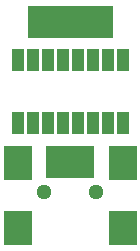
<source format=gbr>
G04 #@! TF.FileFunction,Soldermask,Top*
%FSLAX46Y46*%
G04 Gerber Fmt 4.6, Leading zero omitted, Abs format (unit mm)*
G04 Created by KiCad (PCBNEW 4.0.2-stable) date Thu 21 Apr 2016 02:04:47 AM EEST*
%MOMM*%
G01*
G04 APERTURE LIST*
%ADD10C,0.100000*%
%ADD11R,1.150000X2.800000*%
%ADD12R,0.900380X2.701240*%
%ADD13R,2.398980X2.899360*%
%ADD14C,1.299160*%
%ADD15R,1.000000X1.900000*%
G04 APERTURE END LIST*
D10*
D11*
X154130000Y-100284000D03*
X153130000Y-100284000D03*
X152130000Y-100284000D03*
X151130000Y-100284000D03*
X150130000Y-100284000D03*
X149130000Y-100284000D03*
X148130000Y-100284000D03*
D12*
X149529800Y-112120680D03*
X150329900Y-112120680D03*
X151130000Y-112120680D03*
X151930100Y-112120680D03*
X152730200Y-112120680D03*
D13*
X146679920Y-112219740D03*
X146679920Y-117718840D03*
X155580080Y-112219740D03*
X155580080Y-117718840D03*
D14*
X148930360Y-114719100D03*
X153329640Y-114719100D03*
D15*
X155575000Y-103472000D03*
X154305000Y-103472000D03*
X153035000Y-103472000D03*
X151765000Y-103472000D03*
X150495000Y-103472000D03*
X149225000Y-103472000D03*
X147955000Y-103472000D03*
X146685000Y-103472000D03*
X146685000Y-108872000D03*
X147955000Y-108872000D03*
X149225000Y-108872000D03*
X150495000Y-108872000D03*
X151765000Y-108872000D03*
X153035000Y-108872000D03*
X154305000Y-108872000D03*
X155575000Y-108872000D03*
M02*

</source>
